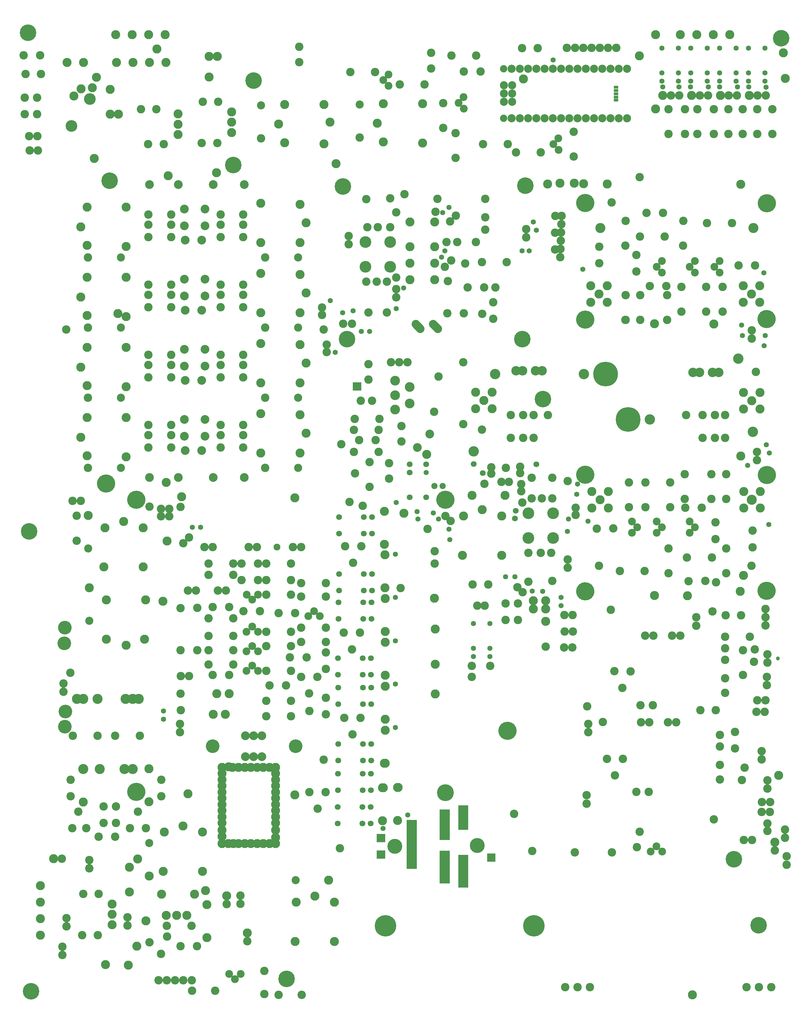
<source format=gbr>
%FSLAX34Y34*%
%MOMM*%
%LNSOLDERMASK_BOTTOM*%
G71*
G01*
%ADD10C,2.600*%
%ADD11C,2.400*%
%ADD12C,2.800*%
%ADD13C,2.600*%
%ADD14C,5.100*%
%ADD15C,1.600*%
%ADD16C,3.100*%
%ADD17C,7.600*%
%ADD18C,3.200*%
%ADD19C,2.900*%
%ADD20C,2.600*%
%ADD21C,2.600*%
%ADD22C,2.400*%
%ADD23C,2.600*%
%ADD24C,3.600*%
%ADD25C,2.800*%
%ADD26C,3.000*%
%ADD27C,1.800*%
%ADD28C,1.600*%
%ADD29C,2.700*%
%ADD30C,2.700*%
%ADD31C,2.500*%
%ADD32C,2.800*%
%ADD33C,4.200*%
%ADD34C,2.700*%
%ADD35C,2.800*%
%ADD36C,2.100*%
%ADD37C,1.600*%
%ADD38C,6.600*%
%ADD39C,4.200*%
%ADD40C,4.600*%
%ADD41C,5.600*%
%ADD42C,1.900*%
%ADD43R,1.470X0.835*%
%ADD44C,2.500*%
%ADD45C,2.250*%
%ADD46C,5.200*%
%ADD47C,1.200*%
%LPD*%
X519851Y1365358D02*
G54D10*
D03*
X519901Y1441608D02*
G54D10*
D03*
X438857Y1361958D02*
G54D10*
D03*
X438970Y1310977D02*
G54D10*
D03*
X553157Y1336558D02*
G54D10*
D03*
X553269Y1285578D02*
G54D10*
D03*
X519867Y1136758D02*
G54D10*
D03*
X519917Y1213008D02*
G54D10*
D03*
X640588Y1393372D02*
G54D10*
D03*
X564338Y1393422D02*
G54D10*
D03*
X565547Y1213008D02*
G54D10*
D03*
X565497Y1136758D02*
G54D10*
D03*
X697650Y1365357D02*
G54D10*
D03*
X697700Y1441607D02*
G54D10*
D03*
X594982Y1240842D02*
G54D10*
D03*
X692547Y1238408D02*
G54D10*
D03*
X692497Y1162158D02*
G54D10*
D03*
X768746Y1238408D02*
G54D10*
D03*
X768696Y1162158D02*
G54D10*
D03*
X819546Y1238408D02*
G54D10*
D03*
X819496Y1162158D02*
G54D10*
D03*
X919018Y1304453D02*
G54D10*
D03*
X868038Y1304340D02*
G54D10*
D03*
X847564Y1435176D02*
G54D10*
D03*
X771314Y1435226D02*
G54D10*
D03*
X632222Y1317783D02*
G54D11*
D03*
X616322Y1300208D02*
G54D11*
D03*
X632256Y1282592D02*
G54D11*
D03*
X733822Y1317783D02*
G54D11*
D03*
X717922Y1300208D02*
G54D11*
D03*
X733856Y1282592D02*
G54D11*
D03*
X810022Y1317783D02*
G54D11*
D03*
X794122Y1300208D02*
G54D11*
D03*
X810056Y1282592D02*
G54D11*
D03*
X413122Y1241683D02*
G54D12*
D03*
X463922Y1241683D02*
G54D12*
D03*
X438522Y1216283D02*
G54D12*
D03*
X463922Y1190883D02*
G54D12*
D03*
X413122Y1190883D02*
G54D12*
D03*
X883022Y1241683D02*
G54D12*
D03*
X933822Y1241683D02*
G54D12*
D03*
X908422Y1216283D02*
G54D12*
D03*
X933822Y1190883D02*
G54D12*
D03*
X883022Y1190883D02*
G54D12*
D03*
X584548Y1465992D02*
G54D10*
D03*
X635528Y1466105D02*
G54D10*
D03*
X519867Y1136758D02*
G54D13*
D03*
X565497Y1136758D02*
G54D13*
D03*
X692497Y1162158D02*
G54D13*
D03*
X768696Y1162158D02*
G54D13*
D03*
X519867Y1136758D02*
G54D13*
D03*
X395446Y1496376D02*
G54D14*
D03*
X645782Y1240842D02*
G54D10*
D03*
X648097Y1213008D02*
G54D10*
D03*
X648047Y1136758D02*
G54D10*
D03*
X477097Y1498158D02*
G54D10*
D03*
X388322Y1292383D02*
G54D15*
D03*
X565497Y1136758D02*
G54D13*
D03*
X648047Y1136758D02*
G54D13*
D03*
X692497Y1162158D02*
G54D13*
D03*
X768696Y1162158D02*
G54D13*
D03*
X955278Y1495583D02*
G54D14*
D03*
X395446Y1137602D02*
G54D14*
D03*
X954642Y1139189D02*
G54D14*
D03*
X445472Y1419383D02*
G54D15*
D03*
X442296Y1419384D02*
G54D16*
D03*
X914021Y1419384D02*
G54D16*
D03*
X528072Y830142D02*
G54D17*
D03*
X458222Y969842D02*
G54D17*
D03*
X391547Y969842D02*
G54D18*
D03*
X594747Y830142D02*
G54D18*
D03*
X182672Y979942D02*
G54D19*
D03*
X262672Y979942D02*
G54D20*
D03*
X727672Y974942D02*
G54D20*
D03*
X807672Y974942D02*
G54D20*
D03*
X262672Y979942D02*
G54D19*
D03*
X727672Y974942D02*
G54D19*
D03*
X807672Y974942D02*
G54D12*
D03*
X202672Y979942D02*
G54D19*
D03*
X242672Y979942D02*
G54D19*
D03*
X747672Y974942D02*
G54D19*
D03*
X787672Y974942D02*
G54D19*
D03*
X58247Y863612D02*
G54D12*
D03*
X58247Y914412D02*
G54D12*
D03*
X83647Y889012D02*
G54D12*
D03*
X109047Y914412D02*
G54D12*
D03*
X109047Y863612D02*
G54D12*
D03*
X58247Y862342D02*
G54D21*
D03*
X109047Y862342D02*
G54D13*
D03*
X883747Y862342D02*
G54D12*
D03*
X883747Y913142D02*
G54D12*
D03*
X909147Y887742D02*
G54D12*
D03*
X934547Y913142D02*
G54D12*
D03*
X934547Y862342D02*
G54D12*
D03*
X883747Y862342D02*
G54D21*
D03*
X934547Y862342D02*
G54D13*
D03*
X757204Y773705D02*
G54D10*
D03*
X757204Y843555D02*
G54D10*
D03*
X827054Y773705D02*
G54D10*
D03*
X827054Y843555D02*
G54D10*
D03*
X795304Y843555D02*
G54D10*
D03*
X795304Y773705D02*
G54D10*
D03*
X827055Y773705D02*
G54D13*
D03*
X827055Y843555D02*
G54D13*
D03*
X166654Y773705D02*
G54D10*
D03*
X166654Y843555D02*
G54D10*
D03*
X236504Y773705D02*
G54D10*
D03*
X236504Y843556D02*
G54D10*
D03*
X204754Y843556D02*
G54D10*
D03*
X204754Y773706D02*
G54D10*
D03*
X236505Y773705D02*
G54D13*
D03*
X236505Y843556D02*
G54D13*
D03*
X807672Y974942D02*
G54D19*
D03*
X280955Y843555D02*
G54D21*
D03*
X706405Y843555D02*
G54D21*
D03*
X921947Y976667D02*
G54D21*
D03*
X77397Y798868D02*
G54D21*
D03*
X58247Y913142D02*
G54D13*
D03*
X109047Y913143D02*
G54D13*
D03*
X883747Y913142D02*
G54D13*
D03*
X934547Y913142D02*
G54D13*
D03*
X934547Y862342D02*
G54D13*
D03*
X395446Y659764D02*
G54D14*
D03*
X955278Y658971D02*
G54D14*
D03*
X395446Y300989D02*
G54D14*
D03*
X954642Y302576D02*
G54D14*
D03*
X909021Y582771D02*
G54D16*
D03*
X-205378Y1299843D02*
G54D22*
D03*
X-205378Y1376043D02*
G54D22*
D03*
X-281578Y1299843D02*
G54D22*
D03*
X-205378Y1299843D02*
G54D22*
D03*
X-281578Y1376042D02*
G54D22*
D03*
X-281578Y1299842D02*
G54D22*
D03*
X-205378Y1376043D02*
G54D22*
D03*
X-281578Y1376043D02*
G54D22*
D03*
X-205466Y1511066D02*
G54D10*
D03*
X-205466Y1422166D02*
G54D10*
D03*
X-243566Y1422166D02*
G54D10*
D03*
X-275316Y1422166D02*
G54D10*
D03*
X-215110Y1159276D02*
G54D10*
D03*
X-278609Y1254526D02*
G54D10*
D03*
X-246860Y1254526D02*
G54D10*
D03*
X-215110Y1254526D02*
G54D10*
D03*
X-186627Y1266814D02*
G54D10*
D03*
X-278610Y1508526D02*
G54D10*
D03*
X-161016Y1523766D02*
G54D10*
D03*
X1412Y1376076D02*
G54D10*
D03*
X58562Y1376076D02*
G54D10*
D03*
X87262Y1452276D02*
G54D10*
D03*
X87262Y1509426D02*
G54D10*
D03*
X26212Y1310453D02*
G54D10*
D03*
X-27740Y1256572D02*
G54D10*
D03*
X26212Y1310453D02*
G54D13*
D03*
X153988Y1314504D02*
G54D10*
D03*
X77738Y1314554D02*
G54D10*
D03*
X153988Y1314505D02*
G54D13*
D03*
X33162Y1236376D02*
G54D10*
D03*
X83962Y1236376D02*
G54D10*
D03*
X83962Y1236376D02*
G54D10*
D03*
X112569Y1140270D02*
G54D10*
D03*
X112457Y1191251D02*
G54D10*
D03*
X112569Y1140270D02*
G54D10*
D03*
X87262Y1414176D02*
G54D10*
D03*
X119012Y1236376D02*
G54D10*
D03*
X-31608Y1376076D02*
G54D10*
D03*
X-20688Y1439576D02*
G54D10*
D03*
X-144384Y1438082D02*
G54D12*
D03*
X-68184Y1438082D02*
G54D12*
D03*
X-144384Y1361882D02*
G54D12*
D03*
X-144384Y1311082D02*
G54D12*
D03*
X-144384Y1260282D02*
G54D12*
D03*
X-68184Y1361882D02*
G54D12*
D03*
X-68184Y1311082D02*
G54D12*
D03*
X-68184Y1260282D02*
G54D12*
D03*
X-68184Y1438082D02*
G54D10*
D03*
X78067Y1155278D02*
G54D10*
D03*
X21847Y1157523D02*
G54D10*
D03*
X21847Y1157523D02*
G54D10*
D03*
X-28953Y1157523D02*
G54D10*
D03*
G54D23*
X-58769Y1109801D02*
X-72911Y1123943D01*
G54D23*
X-112744Y1109801D02*
X-126886Y1123943D01*
X-332978Y1394777D02*
G54D21*
D03*
X-332978Y1369377D02*
G54D21*
D03*
X-59928Y1509077D02*
G54D21*
D03*
X-281578Y1376042D02*
G54D24*
D03*
X-281578Y1299843D02*
G54D24*
D03*
X-205378Y1299843D02*
G54D24*
D03*
X-205378Y1376043D02*
G54D24*
D03*
X220700Y541641D02*
G54D22*
D03*
X220700Y465441D02*
G54D22*
D03*
X296900Y541641D02*
G54D22*
D03*
X220700Y541641D02*
G54D22*
D03*
X296900Y465441D02*
G54D22*
D03*
X296900Y541641D02*
G54D22*
D03*
X220700Y465441D02*
G54D22*
D03*
X296900Y465441D02*
G54D22*
D03*
X220788Y330418D02*
G54D10*
D03*
X220788Y419318D02*
G54D10*
D03*
X258888Y419318D02*
G54D10*
D03*
X290638Y419318D02*
G54D10*
D03*
X293932Y650458D02*
G54D10*
D03*
X230432Y650458D02*
G54D10*
D03*
X293931Y586958D02*
G54D10*
D03*
X262182Y586958D02*
G54D10*
D03*
X230432Y586958D02*
G54D10*
D03*
X201949Y574669D02*
G54D10*
D03*
X293932Y332958D02*
G54D10*
D03*
X341950Y373682D02*
G54D21*
D03*
X341950Y399082D02*
G54D21*
D03*
X341950Y640382D02*
G54D21*
D03*
X296900Y465441D02*
G54D24*
D03*
X296900Y541641D02*
G54D24*
D03*
X220700Y541641D02*
G54D24*
D03*
X220700Y465441D02*
G54D24*
D03*
X17692Y412060D02*
G54D12*
D03*
X20866Y532710D02*
G54D12*
D03*
X138342Y412060D02*
G54D12*
D03*
X138342Y532710D02*
G54D12*
D03*
X78017Y552173D02*
G54D12*
D03*
X20866Y532710D02*
G54D25*
D03*
X46713Y596292D02*
G54D12*
D03*
X148313Y596291D02*
G54D12*
D03*
X235613Y272152D02*
G54D12*
D03*
X235613Y246752D02*
G54D12*
D03*
X273713Y246752D02*
G54D12*
D03*
X273713Y208652D02*
G54D12*
D03*
X188208Y264145D02*
G54D10*
D03*
X188321Y213164D02*
G54D10*
D03*
X188208Y264144D02*
G54D10*
D03*
X188320Y213164D02*
G54D10*
D03*
X150108Y264145D02*
G54D10*
D03*
X150220Y213164D02*
G54D10*
D03*
X150108Y264144D02*
G54D10*
D03*
X150220Y213164D02*
G54D10*
D03*
X273713Y272152D02*
G54D12*
D03*
X84680Y632101D02*
G54D10*
D03*
X46713Y596292D02*
G54D12*
D03*
X-145329Y930590D02*
G54D26*
D03*
X-145329Y879790D02*
G54D26*
D03*
X-189779Y905190D02*
G54D26*
D03*
X-189779Y860740D02*
G54D26*
D03*
X-189779Y949640D02*
G54D26*
D03*
X-177079Y1006790D02*
G54D10*
D03*
X-202479Y1006790D02*
G54D10*
D03*
X-151679Y1006790D02*
G54D10*
D03*
X-238164Y832165D02*
G54D10*
D03*
X-314414Y832215D02*
G54D10*
D03*
X-317106Y797905D02*
G54D10*
D03*
X-240856Y797855D02*
G54D10*
D03*
X-301172Y766429D02*
G54D10*
D03*
X-250192Y766541D02*
G54D10*
D03*
X-272329Y1000528D02*
G54D10*
D03*
X-272329Y952728D02*
G54D10*
D03*
X-268719Y698904D02*
G54D10*
D03*
X-268769Y622654D02*
G54D10*
D03*
X-208829Y647840D02*
G54D10*
D03*
X-208829Y695640D02*
G54D10*
D03*
X-296273Y887684D02*
G54D10*
D03*
X-261173Y887684D02*
G54D10*
D03*
X-170729Y762140D02*
G54D10*
D03*
X-170729Y809940D02*
G54D10*
D03*
X-317051Y730258D02*
G54D10*
D03*
X-240801Y730208D02*
G54D10*
D03*
X-69854Y853835D02*
G54D10*
D03*
X-317106Y797906D02*
G54D10*
D03*
X-317051Y730258D02*
G54D10*
D03*
X-208829Y647840D02*
G54D10*
D03*
X-268769Y622654D02*
G54D10*
D03*
G36*
X-294379Y944860D02*
X-294379Y918860D01*
X-320379Y918860D01*
X-320379Y944860D01*
X-294379Y944860D01*
G37*
X-94529Y692378D02*
G54D27*
D03*
X-94529Y666978D02*
G54D28*
D03*
X-145329Y692378D02*
G54D28*
D03*
X-145329Y666978D02*
G54D27*
D03*
X-94529Y590778D02*
G54D28*
D03*
X-145329Y590778D02*
G54D28*
D03*
X-92497Y723144D02*
G54D12*
D03*
X-90333Y493170D02*
G54D21*
D03*
X-145329Y692378D02*
G54D27*
D03*
X-94529Y590778D02*
G54D27*
D03*
X-145329Y590778D02*
G54D27*
D03*
X955222Y12320D02*
G54D10*
D03*
X955222Y37820D02*
G54D10*
D03*
X-880320Y743691D02*
G54D10*
D03*
X-950170Y743691D02*
G54D10*
D03*
X-880320Y813541D02*
G54D10*
D03*
X-950170Y813541D02*
G54D10*
D03*
X-950170Y781791D02*
G54D10*
D03*
X-880320Y781791D02*
G54D10*
D03*
X-836912Y734920D02*
G54D29*
D03*
X-785930Y735032D02*
G54D29*
D03*
X-658070Y743691D02*
G54D10*
D03*
X-727920Y743691D02*
G54D10*
D03*
X-658070Y813541D02*
G54D10*
D03*
X-727920Y813541D02*
G54D10*
D03*
X-727920Y781791D02*
G54D10*
D03*
X-658070Y781791D02*
G54D10*
D03*
X-775847Y779018D02*
G54D10*
D03*
X-775960Y829998D02*
G54D10*
D03*
X-839347Y779018D02*
G54D10*
D03*
X-839460Y829998D02*
G54D10*
D03*
X-658070Y813541D02*
G54D13*
D03*
X-727920Y813541D02*
G54D13*
D03*
X-775960Y829999D02*
G54D30*
D03*
X-839460Y829999D02*
G54D13*
D03*
X-880320Y813541D02*
G54D13*
D03*
X-950170Y813541D02*
G54D13*
D03*
X-839347Y779018D02*
G54D29*
D03*
X-839460Y829998D02*
G54D29*
D03*
X-775960Y829998D02*
G54D29*
D03*
X-775847Y779018D02*
G54D29*
D03*
X-603857Y847983D02*
G54D12*
D03*
X-483207Y844809D02*
G54D12*
D03*
X-603857Y727333D02*
G54D12*
D03*
X-483207Y727333D02*
G54D12*
D03*
X-464394Y787658D02*
G54D12*
D03*
X-590350Y681054D02*
G54D31*
D03*
X-488750Y681054D02*
G54D31*
D03*
X-483207Y844809D02*
G54D12*
D03*
X-1018852Y715244D02*
G54D12*
D03*
X-1139502Y718418D02*
G54D12*
D03*
X-1018852Y835895D02*
G54D12*
D03*
X-1139502Y835895D02*
G54D12*
D03*
X-1158314Y775570D02*
G54D12*
D03*
X-1139501Y718418D02*
G54D12*
D03*
X-1139502Y835895D02*
G54D12*
D03*
X-1136450Y681054D02*
G54D31*
D03*
X-1034850Y681054D02*
G54D31*
D03*
X-590350Y681054D02*
G54D10*
D03*
X-1136450Y681054D02*
G54D10*
D03*
X-880320Y959591D02*
G54D10*
D03*
X-950170Y959591D02*
G54D10*
D03*
X-880320Y1029441D02*
G54D10*
D03*
X-950170Y1029441D02*
G54D10*
D03*
X-950170Y997691D02*
G54D10*
D03*
X-880320Y997691D02*
G54D10*
D03*
X-836912Y950820D02*
G54D29*
D03*
X-785930Y950932D02*
G54D29*
D03*
X-658070Y959591D02*
G54D10*
D03*
X-727920Y959591D02*
G54D10*
D03*
X-658070Y1029441D02*
G54D10*
D03*
X-727920Y1029441D02*
G54D10*
D03*
X-727920Y997691D02*
G54D10*
D03*
X-658070Y997691D02*
G54D10*
D03*
X-775847Y994918D02*
G54D10*
D03*
X-775960Y1045898D02*
G54D10*
D03*
X-839347Y994918D02*
G54D10*
D03*
X-839460Y1045898D02*
G54D10*
D03*
X-658070Y1029441D02*
G54D13*
D03*
X-727920Y1029441D02*
G54D13*
D03*
X-775960Y1045899D02*
G54D30*
D03*
X-839460Y1045899D02*
G54D13*
D03*
X-880320Y1029441D02*
G54D13*
D03*
X-950170Y1029441D02*
G54D13*
D03*
X-839347Y994918D02*
G54D29*
D03*
X-839460Y1045898D02*
G54D29*
D03*
X-775960Y1045898D02*
G54D29*
D03*
X-775847Y994918D02*
G54D29*
D03*
X-603857Y1063883D02*
G54D12*
D03*
X-483207Y1060709D02*
G54D12*
D03*
X-603857Y943233D02*
G54D12*
D03*
X-483207Y943233D02*
G54D12*
D03*
X-464394Y1003558D02*
G54D12*
D03*
X-590350Y896954D02*
G54D31*
D03*
X-488750Y896954D02*
G54D31*
D03*
X-483207Y1060709D02*
G54D12*
D03*
X-1018852Y931144D02*
G54D12*
D03*
X-1139502Y934318D02*
G54D12*
D03*
X-1018852Y1051794D02*
G54D12*
D03*
X-1139502Y1051794D02*
G54D12*
D03*
X-1158314Y991470D02*
G54D12*
D03*
X-1139501Y934318D02*
G54D12*
D03*
X-1139502Y1051794D02*
G54D12*
D03*
X-1136450Y896954D02*
G54D31*
D03*
X-1034850Y896954D02*
G54D31*
D03*
X-590350Y896954D02*
G54D10*
D03*
X-1136450Y896954D02*
G54D10*
D03*
X-880320Y1175491D02*
G54D10*
D03*
X-950170Y1175491D02*
G54D10*
D03*
X-880320Y1245341D02*
G54D10*
D03*
X-950170Y1245341D02*
G54D10*
D03*
X-950170Y1213591D02*
G54D10*
D03*
X-880320Y1213591D02*
G54D10*
D03*
X-836912Y1166720D02*
G54D29*
D03*
X-785930Y1166832D02*
G54D29*
D03*
X-658070Y1175491D02*
G54D10*
D03*
X-727920Y1175491D02*
G54D10*
D03*
X-658070Y1245341D02*
G54D10*
D03*
X-727920Y1245341D02*
G54D10*
D03*
X-727920Y1213591D02*
G54D10*
D03*
X-658070Y1213591D02*
G54D10*
D03*
X-775847Y1210818D02*
G54D10*
D03*
X-775960Y1261798D02*
G54D10*
D03*
X-839347Y1210818D02*
G54D10*
D03*
X-839460Y1261798D02*
G54D10*
D03*
X-658070Y1245341D02*
G54D13*
D03*
X-727920Y1245341D02*
G54D13*
D03*
X-775960Y1261799D02*
G54D30*
D03*
X-839460Y1261799D02*
G54D13*
D03*
X-880320Y1245341D02*
G54D13*
D03*
X-950170Y1245341D02*
G54D13*
D03*
X-839347Y1210818D02*
G54D29*
D03*
X-839460Y1261799D02*
G54D29*
D03*
X-775960Y1261798D02*
G54D29*
D03*
X-775847Y1210818D02*
G54D29*
D03*
X-603857Y1279783D02*
G54D12*
D03*
X-483207Y1276609D02*
G54D12*
D03*
X-603857Y1159133D02*
G54D12*
D03*
X-483207Y1159133D02*
G54D12*
D03*
X-464394Y1219458D02*
G54D12*
D03*
X-590350Y1112853D02*
G54D31*
D03*
X-488750Y1112854D02*
G54D31*
D03*
X-483207Y1276609D02*
G54D12*
D03*
X-1018852Y1147044D02*
G54D12*
D03*
X-1139502Y1150218D02*
G54D12*
D03*
X-1018852Y1267694D02*
G54D12*
D03*
X-1139502Y1267694D02*
G54D12*
D03*
X-1158314Y1207370D02*
G54D12*
D03*
X-1139501Y1150218D02*
G54D12*
D03*
X-1139502Y1267694D02*
G54D12*
D03*
X-1136450Y1112853D02*
G54D31*
D03*
X-1034850Y1112854D02*
G54D31*
D03*
X-590350Y1112854D02*
G54D10*
D03*
X-1136450Y1112853D02*
G54D10*
D03*
X-880320Y1391391D02*
G54D10*
D03*
X-950170Y1391391D02*
G54D10*
D03*
X-880320Y1461241D02*
G54D10*
D03*
X-950170Y1461241D02*
G54D10*
D03*
X-950170Y1429491D02*
G54D10*
D03*
X-880320Y1429491D02*
G54D10*
D03*
X-836912Y1382620D02*
G54D29*
D03*
X-785930Y1382732D02*
G54D29*
D03*
X-658070Y1391391D02*
G54D10*
D03*
X-727920Y1391391D02*
G54D10*
D03*
X-658070Y1461241D02*
G54D10*
D03*
X-727920Y1461241D02*
G54D10*
D03*
X-727920Y1429491D02*
G54D10*
D03*
X-658070Y1429491D02*
G54D10*
D03*
X-775847Y1426718D02*
G54D10*
D03*
X-775960Y1477698D02*
G54D10*
D03*
X-839347Y1426718D02*
G54D10*
D03*
X-839460Y1477698D02*
G54D10*
D03*
X-658070Y1461241D02*
G54D13*
D03*
X-727920Y1461241D02*
G54D13*
D03*
X-775960Y1477699D02*
G54D30*
D03*
X-839460Y1477699D02*
G54D13*
D03*
X-880320Y1461241D02*
G54D13*
D03*
X-950170Y1461241D02*
G54D13*
D03*
X-839347Y1426718D02*
G54D29*
D03*
X-839460Y1477698D02*
G54D29*
D03*
X-775960Y1477698D02*
G54D29*
D03*
X-775847Y1426718D02*
G54D29*
D03*
X-603857Y1495683D02*
G54D12*
D03*
X-483207Y1492509D02*
G54D12*
D03*
X-603857Y1375033D02*
G54D12*
D03*
X-483207Y1375033D02*
G54D12*
D03*
X-464394Y1435358D02*
G54D12*
D03*
X-590350Y1328754D02*
G54D31*
D03*
X-488750Y1328754D02*
G54D31*
D03*
X-483207Y1492509D02*
G54D12*
D03*
X-1018852Y1362944D02*
G54D12*
D03*
X-1139502Y1366118D02*
G54D12*
D03*
X-1018852Y1483594D02*
G54D12*
D03*
X-1139502Y1483594D02*
G54D12*
D03*
X-1158314Y1423270D02*
G54D12*
D03*
X-1139501Y1366118D02*
G54D12*
D03*
X-1139502Y1483594D02*
G54D12*
D03*
X-1136450Y1328753D02*
G54D31*
D03*
X-1034850Y1328754D02*
G54D31*
D03*
X-590350Y1328754D02*
G54D10*
D03*
X-1136450Y1328754D02*
G54D10*
D03*
X-655196Y652018D02*
G54D29*
D03*
X-655196Y652018D02*
G54D29*
D03*
X-750446Y652018D02*
G54D29*
D03*
X-750446Y652018D02*
G54D29*
D03*
X-858396Y652018D02*
G54D29*
D03*
X-858396Y652018D02*
G54D29*
D03*
X-947296Y652018D02*
G54D29*
D03*
X-947296Y652018D02*
G54D29*
D03*
X-655196Y1553718D02*
G54D29*
D03*
X-655196Y1553718D02*
G54D29*
D03*
X-750446Y1553718D02*
G54D29*
D03*
X-750446Y1553718D02*
G54D29*
D03*
X-858396Y1553718D02*
G54D29*
D03*
X-858396Y1553718D02*
G54D29*
D03*
X-947296Y1553718D02*
G54D29*
D03*
X-947296Y1553718D02*
G54D29*
D03*
X-1203932Y1107188D02*
G54D21*
D03*
X-410182Y1107188D02*
G54D21*
D03*
X201770Y1077276D02*
G54D14*
D03*
X211296Y1550352D02*
G54D14*
D03*
X211295Y1550352D02*
G54D14*
D03*
X-337980Y1077276D02*
G54D14*
D03*
X-350680Y1547176D02*
G54D14*
D03*
X-959033Y274502D02*
G54D12*
D03*
X-962207Y153852D02*
G54D12*
D03*
X-1079682Y274502D02*
G54D12*
D03*
X-1079682Y153852D02*
G54D12*
D03*
X-1019358Y135040D02*
G54D12*
D03*
X-1087232Y376371D02*
G54D12*
D03*
X-1084058Y497021D02*
G54D12*
D03*
X-966582Y376371D02*
G54D12*
D03*
X-966583Y497021D02*
G54D12*
D03*
X-1026908Y516308D02*
G54D12*
D03*
X-1132312Y311795D02*
G54D31*
D03*
X-1132312Y210195D02*
G54D31*
D03*
X-1132312Y311795D02*
G54D10*
D03*
X-1132312Y311795D02*
G54D12*
D03*
X-1136110Y534990D02*
G54D31*
D03*
X-1136110Y433390D02*
G54D31*
D03*
X-1136110Y534990D02*
G54D10*
D03*
X-1136110Y534990D02*
G54D12*
D03*
X-962207Y153852D02*
G54D12*
D03*
X-966583Y497021D02*
G54D12*
D03*
X-1084058Y497021D02*
G54D12*
D03*
X-966583Y497021D02*
G54D12*
D03*
X-987822Y582771D02*
G54D14*
D03*
X-35322Y582771D02*
G54D14*
D03*
X-987822Y-315754D02*
G54D14*
D03*
X-35322Y-318929D02*
G54D14*
D03*
X48733Y322452D02*
G54D10*
D03*
X96533Y322451D02*
G54D10*
D03*
X48733Y322452D02*
G54D10*
D03*
X957329Y106861D02*
G54D21*
D03*
X957330Y81461D02*
G54D21*
D03*
X957329Y-280489D02*
G54D21*
D03*
X957330Y-305889D02*
G54D21*
D03*
X926145Y-34389D02*
G54D21*
D03*
X951545Y-34388D02*
G54D21*
D03*
X-69289Y280270D02*
G54D32*
D03*
X-66114Y185020D02*
G54D32*
D03*
X-66114Y77070D02*
G54D32*
D03*
X-66114Y-15005D02*
G54D32*
D03*
X-496684Y-175468D02*
G54D33*
D03*
X-752384Y-175568D02*
G54D33*
D03*
X-651658Y-143643D02*
G54D34*
D03*
X-626284Y-143768D02*
G54D34*
D03*
X-600840Y-143743D02*
G54D34*
D03*
X-403578Y-77384D02*
G54D10*
D03*
X-403753Y-26392D02*
G54D10*
D03*
X-701508Y-13518D02*
G54D35*
D03*
X-750908Y-77618D02*
G54D35*
D03*
X-712908Y-77618D02*
G54D35*
D03*
X-739608Y-13518D02*
G54D35*
D03*
X-850784Y-64368D02*
G54D10*
D03*
X-850908Y-13452D02*
G54D10*
D03*
X-587258Y-35793D02*
G54D10*
D03*
X-511008Y-35843D02*
G54D10*
D03*
X-853358Y-132493D02*
G54D10*
D03*
X-853358Y-106993D02*
G54D10*
D03*
X-587258Y-83418D02*
G54D10*
D03*
X-511009Y-83468D02*
G54D10*
D03*
X-612658Y335682D02*
G54D10*
D03*
X-663575Y335557D02*
G54D10*
D03*
X-647584Y291232D02*
G54D11*
D03*
X-630008Y275332D02*
G54D11*
D03*
X-612392Y291267D02*
G54D11*
D03*
X-641234Y437282D02*
G54D10*
D03*
X-615808Y437332D02*
G54D10*
D03*
X-587258Y291232D02*
G54D10*
D03*
X-511084Y291232D02*
G54D10*
D03*
X-765058Y351557D02*
G54D10*
D03*
X-688808Y351507D02*
G54D10*
D03*
X-606308Y240432D02*
G54D10*
D03*
X-657225Y240307D02*
G54D10*
D03*
X-612658Y176932D02*
G54D11*
D03*
X-630258Y192832D02*
G54D11*
D03*
X-647850Y176898D02*
G54D11*
D03*
X-612284Y116532D02*
G54D11*
D03*
X-630258Y132507D02*
G54D11*
D03*
X-647850Y116572D02*
G54D11*
D03*
X-587258Y176932D02*
G54D10*
D03*
X-511084Y176932D02*
G54D10*
D03*
X-612659Y56232D02*
G54D11*
D03*
X-630258Y72182D02*
G54D11*
D03*
X-647850Y56247D02*
G54D11*
D03*
X-765058Y119782D02*
G54D10*
D03*
X-688808Y119732D02*
G54D10*
D03*
X-764850Y75603D02*
G54D10*
D03*
X-688600Y75553D02*
G54D10*
D03*
X-587258Y56282D02*
G54D10*
D03*
X-510984Y56232D02*
G54D10*
D03*
X-525938Y11492D02*
G54D10*
D03*
X-576854Y11367D02*
G54D10*
D03*
X-587258Y132482D02*
G54D10*
D03*
X-511008Y132432D02*
G54D10*
D03*
X-429983Y37632D02*
G54D21*
D03*
X-454967Y-13300D02*
G54D21*
D03*
X-479866Y37746D02*
G54D21*
D03*
X-422158Y224557D02*
G54D11*
D03*
X-439959Y240357D02*
G54D11*
D03*
X-457349Y224522D02*
G54D11*
D03*
X-777758Y437282D02*
G54D10*
D03*
X-752184Y437232D02*
G54D10*
D03*
X-479308Y326157D02*
G54D10*
D03*
X-403058Y326107D02*
G54D10*
D03*
X-479308Y284882D02*
G54D10*
D03*
X-403058Y284832D02*
G54D10*
D03*
X-498358Y234082D02*
G54D10*
D03*
X-549275Y233957D02*
G54D10*
D03*
X-479308Y189632D02*
G54D10*
D03*
X-403058Y189582D02*
G54D10*
D03*
X-403158Y62607D02*
G54D10*
D03*
X-403271Y113588D02*
G54D10*
D03*
X-403109Y145182D02*
G54D10*
D03*
X-479384Y145232D02*
G54D10*
D03*
X-828508Y303957D02*
G54D10*
D03*
X-803646Y303644D02*
G54D10*
D03*
X-799984Y119782D02*
G54D10*
D03*
X-850958Y119632D02*
G54D10*
D03*
X-765058Y164232D02*
G54D10*
D03*
X-688808Y164182D02*
G54D10*
D03*
X-701558Y43582D02*
G54D10*
D03*
X-752534Y43432D02*
G54D10*
D03*
X-824958Y40432D02*
G54D10*
D03*
X-850258Y40732D02*
G54D10*
D03*
X-799984Y249957D02*
G54D10*
D03*
X-850958Y249857D02*
G54D10*
D03*
X-479308Y437282D02*
G54D10*
D03*
X-504784Y437282D02*
G54D10*
D03*
X-765058Y218207D02*
G54D10*
D03*
X-688808Y218157D02*
G54D10*
D03*
X-701584Y253157D02*
G54D10*
D03*
X-752484Y252957D02*
G54D10*
D03*
X-736484Y303932D02*
G54D10*
D03*
X-711584Y303632D02*
G54D10*
D03*
X-587258Y335682D02*
G54D10*
D03*
X-511084Y335682D02*
G54D10*
D03*
X-587258Y386482D02*
G54D10*
D03*
X-511084Y386532D02*
G54D10*
D03*
X-765084Y386532D02*
G54D10*
D03*
X-688883Y386532D02*
G54D10*
D03*
X-612658Y386482D02*
G54D10*
D03*
X-663575Y386357D02*
G54D10*
D03*
X-554034Y437282D02*
G54D36*
D03*
X-513958Y97868D02*
G54D10*
D03*
X-462978Y97980D02*
G54D10*
D03*
X-453859Y-67593D02*
G54D10*
D03*
X-600784Y-208068D02*
G54D34*
D03*
X-626084Y-207868D02*
G54D34*
D03*
X-651571Y-207936D02*
G54D34*
D03*
X-263534Y-219379D02*
G54D28*
D03*
X-288934Y-219379D02*
G54D28*
D03*
X-263534Y-168579D02*
G54D28*
D03*
X-288934Y-168579D02*
G54D28*
D03*
X-365134Y-219379D02*
G54D27*
D03*
X-365134Y-168579D02*
G54D28*
D03*
X-220925Y-228262D02*
G54D12*
D03*
X-220925Y-126662D02*
G54D12*
D03*
X-222909Y-228262D02*
G54D12*
D03*
X-263534Y-45944D02*
G54D28*
D03*
X-288934Y-45944D02*
G54D28*
D03*
X-263534Y4856D02*
G54D28*
D03*
X-288934Y4856D02*
G54D28*
D03*
X-365134Y-45944D02*
G54D28*
D03*
X-365134Y4856D02*
G54D28*
D03*
X-296634Y-88574D02*
G54D21*
D03*
X-321617Y-139506D02*
G54D21*
D03*
X-346516Y-88460D02*
G54D21*
D03*
X-261152Y303306D02*
G54D28*
D03*
X-286552Y303306D02*
G54D28*
D03*
X-261152Y354106D02*
G54D28*
D03*
X-286552Y354106D02*
G54D28*
D03*
X-362752Y303306D02*
G54D28*
D03*
X-362752Y354106D02*
G54D28*
D03*
X-261152Y478724D02*
G54D28*
D03*
X-286552Y478724D02*
G54D28*
D03*
X-261152Y529524D02*
G54D28*
D03*
X-286552Y529524D02*
G54D28*
D03*
X-362752Y478724D02*
G54D28*
D03*
X-362752Y529524D02*
G54D28*
D03*
X-294252Y440063D02*
G54D21*
D03*
X-319236Y389131D02*
G54D21*
D03*
X-344135Y440178D02*
G54D21*
D03*
X-298221Y173760D02*
G54D21*
D03*
X-323204Y122828D02*
G54D21*
D03*
X-348104Y173874D02*
G54D21*
D03*
X-262740Y216787D02*
G54D28*
D03*
X-288140Y216787D02*
G54D28*
D03*
X-262740Y267587D02*
G54D28*
D03*
X-288140Y267587D02*
G54D28*
D03*
X-364340Y216787D02*
G54D28*
D03*
X-364340Y267587D02*
G54D28*
D03*
X-264327Y44543D02*
G54D28*
D03*
X-289727Y44543D02*
G54D28*
D03*
X-264327Y95343D02*
G54D28*
D03*
X-289727Y95343D02*
G54D28*
D03*
X-365927Y44543D02*
G54D28*
D03*
X-365927Y95343D02*
G54D28*
D03*
X-220925Y-92928D02*
G54D12*
D03*
X-220925Y8672D02*
G54D12*
D03*
X-220925Y-92928D02*
G54D12*
D03*
X-220528Y43200D02*
G54D12*
D03*
X-220528Y144800D02*
G54D12*
D03*
X-220528Y43200D02*
G54D12*
D03*
X-220528Y177741D02*
G54D12*
D03*
X-220528Y279340D02*
G54D12*
D03*
X-220528Y177740D02*
G54D12*
D03*
X-221718Y312282D02*
G54D12*
D03*
X-221718Y413881D02*
G54D12*
D03*
X-221718Y312281D02*
G54D12*
D03*
X-223306Y445632D02*
G54D12*
D03*
X-223306Y547231D02*
G54D12*
D03*
X-223306Y445631D02*
G54D12*
D03*
X-173033Y311076D02*
G54D21*
D03*
X-410364Y-216768D02*
G54D21*
D03*
X-365134Y-168579D02*
G54D27*
D03*
X-288934Y-219379D02*
G54D27*
D03*
X-263534Y-219379D02*
G54D27*
D03*
X-288934Y-168579D02*
G54D27*
D03*
X-263534Y-168579D02*
G54D27*
D03*
X-365134Y-45944D02*
G54D27*
D03*
X-365134Y4856D02*
G54D27*
D03*
X-288934Y-45944D02*
G54D27*
D03*
X-263534Y-45944D02*
G54D27*
D03*
X-263534Y4856D02*
G54D27*
D03*
X-288934Y4856D02*
G54D27*
D03*
X-289727Y44543D02*
G54D27*
D03*
X-264327Y44543D02*
G54D27*
D03*
X-264327Y95343D02*
G54D27*
D03*
X-289727Y95343D02*
G54D27*
D03*
X-365927Y44543D02*
G54D27*
D03*
X-365927Y95343D02*
G54D27*
D03*
X-364340Y216787D02*
G54D27*
D03*
X-288140Y216787D02*
G54D27*
D03*
X-364340Y267587D02*
G54D27*
D03*
X-288140Y267587D02*
G54D27*
D03*
X-262740Y267587D02*
G54D27*
D03*
X-262740Y216787D02*
G54D27*
D03*
X-362752Y303306D02*
G54D27*
D03*
X-362752Y354106D02*
G54D27*
D03*
X-286552Y303306D02*
G54D27*
D03*
X-261152Y303306D02*
G54D27*
D03*
X-261152Y354106D02*
G54D27*
D03*
X-286552Y354106D02*
G54D27*
D03*
X-362752Y478724D02*
G54D27*
D03*
X-362752Y529524D02*
G54D27*
D03*
X-286552Y478724D02*
G54D27*
D03*
X-261152Y478724D02*
G54D27*
D03*
X-261152Y529524D02*
G54D27*
D03*
X-286552Y529524D02*
G54D27*
D03*
X-298221Y173760D02*
G54D21*
D03*
X-294252Y440063D02*
G54D21*
D03*
X-265518Y-413052D02*
G54D28*
D03*
X-290918Y-413052D02*
G54D28*
D03*
X-265518Y-362252D02*
G54D28*
D03*
X-290918Y-362252D02*
G54D28*
D03*
X-367118Y-413052D02*
G54D27*
D03*
X-367118Y-362252D02*
G54D28*
D03*
X-367118Y-362252D02*
G54D27*
D03*
X-290918Y-413052D02*
G54D27*
D03*
X-265518Y-413052D02*
G54D27*
D03*
X-290918Y-362252D02*
G54D27*
D03*
X-265518Y-362252D02*
G54D27*
D03*
X-404187Y-317174D02*
G54D21*
D03*
X-429170Y-368106D02*
G54D21*
D03*
X-454069Y-317060D02*
G54D21*
D03*
X-228770Y-303562D02*
G54D12*
D03*
X-228770Y-405162D02*
G54D12*
D03*
X-226786Y-303562D02*
G54D12*
D03*
X-182732Y-302372D02*
G54D12*
D03*
X-182732Y-403972D02*
G54D12*
D03*
X-180748Y-302372D02*
G54D12*
D03*
X-264724Y-310658D02*
G54D28*
D03*
X-290124Y-310658D02*
G54D28*
D03*
X-264724Y-259858D02*
G54D28*
D03*
X-290124Y-259858D02*
G54D28*
D03*
X-366324Y-310658D02*
G54D27*
D03*
X-366325Y-259858D02*
G54D28*
D03*
X-366325Y-259858D02*
G54D27*
D03*
X-290124Y-310658D02*
G54D27*
D03*
X-264724Y-310658D02*
G54D27*
D03*
X-290124Y-259858D02*
G54D27*
D03*
X-264724Y-259858D02*
G54D27*
D03*
X-499224Y589264D02*
G54D32*
D03*
X-499224Y-325136D02*
G54D32*
D03*
X-691589Y-240430D02*
G54D12*
D03*
X-558239Y-373780D02*
G54D12*
D03*
X-558239Y-354730D02*
G54D12*
D03*
X-558239Y-335680D02*
G54D12*
D03*
X-558239Y-316630D02*
G54D12*
D03*
X-558239Y-297580D02*
G54D12*
D03*
X-558239Y-278530D02*
G54D12*
D03*
X-558239Y-259480D02*
G54D12*
D03*
X-558239Y-240430D02*
G54D12*
D03*
X-558239Y-392830D02*
G54D12*
D03*
X-558239Y-411880D02*
G54D12*
D03*
X-558239Y-411880D02*
G54D12*
D03*
X-653489Y-240430D02*
G54D12*
D03*
X-634439Y-240430D02*
G54D12*
D03*
X-615389Y-240430D02*
G54D12*
D03*
X-596339Y-240430D02*
G54D12*
D03*
X-577289Y-240430D02*
G54D12*
D03*
X-672539Y-240430D02*
G54D12*
D03*
X-691589Y-240430D02*
G54D12*
D03*
X-558239Y-240430D02*
G54D12*
D03*
X-892924Y455914D02*
G54D12*
D03*
X-163308Y541471D02*
G54D12*
D03*
X-272260Y1159276D02*
G54D10*
D03*
X357720Y177222D02*
G54D10*
D03*
X332145Y177273D02*
G54D10*
D03*
X357091Y228069D02*
G54D10*
D03*
X331516Y228120D02*
G54D10*
D03*
X950980Y246561D02*
G54D21*
D03*
X950980Y221161D02*
G54D21*
D03*
X950980Y195761D02*
G54D21*
D03*
X957330Y-436064D02*
G54D21*
D03*
X279824Y1554692D02*
G54D12*
D03*
X875188Y1554523D02*
G54D12*
D03*
X875188Y717910D02*
G54D12*
D03*
X463974Y1554692D02*
G54D12*
D03*
X362374Y1557867D02*
G54D12*
D03*
X176738Y-383765D02*
G54D10*
D03*
X317924Y1557867D02*
G54D12*
D03*
X-390101Y1195917D02*
G54D37*
D03*
X787974Y239094D02*
G54D10*
D03*
X876052Y227822D02*
G54D10*
D03*
X828252Y227823D02*
G54D10*
D03*
X957329Y-413839D02*
G54D21*
D03*
X-1171178Y533558D02*
G54D10*
D03*
X-1171228Y457308D02*
G54D10*
D03*
X-1171228Y457308D02*
G54D13*
D03*
X-1171228Y457308D02*
G54D13*
D03*
X-1184113Y579986D02*
G54D10*
D03*
X-1158638Y579987D02*
G54D10*
D03*
X-322942Y1125304D02*
G54D10*
D03*
X-349929Y1125304D02*
G54D10*
D03*
X-186416Y1231666D02*
G54D10*
D03*
X-186416Y1206266D02*
G54D10*
D03*
X-186416Y1171341D02*
G54D15*
D03*
X-351516Y1158641D02*
G54D15*
D03*
X213633Y1390416D02*
G54D10*
D03*
X213633Y1415816D02*
G54D10*
D03*
X235922Y1438433D02*
G54D15*
D03*
X908958Y1104666D02*
G54D10*
D03*
X908958Y1079266D02*
G54D10*
D03*
X877272Y1120933D02*
G54D15*
D03*
X924834Y730016D02*
G54D10*
D03*
X924834Y704616D02*
G54D10*
D03*
X953472Y752633D02*
G54D15*
D03*
X366034Y558566D02*
G54D10*
D03*
X366034Y536341D02*
G54D10*
D03*
X369272Y600233D02*
G54D15*
D03*
X343872Y524033D02*
G54D15*
D03*
X-19367Y517759D02*
G54D10*
D03*
X-35083Y533475D02*
G54D10*
D03*
X-24428Y492283D02*
G54D15*
D03*
X-56178Y524033D02*
G54D15*
D03*
X202441Y298296D02*
G54D10*
D03*
X186726Y314011D02*
G54D10*
D03*
X178772Y346233D02*
G54D15*
D03*
X232746Y301783D02*
G54D15*
D03*
X-319766Y1164991D02*
G54D15*
D03*
X245384Y1412641D02*
G54D15*
D03*
X200934Y1349141D02*
G54D15*
D03*
X223222Y1349533D02*
G54D15*
D03*
X880384Y1088791D02*
G54D15*
D03*
X950234Y1088791D02*
G54D15*
D03*
X947122Y1057433D02*
G54D15*
D03*
X962934Y726841D02*
G54D15*
D03*
X896322Y689133D02*
G54D15*
D03*
X-294366Y1101491D02*
G54D15*
D03*
X-268966Y1101491D02*
G54D15*
D03*
X372384Y631591D02*
G54D15*
D03*
X340634Y485541D02*
G54D15*
D03*
X150134Y345841D02*
G54D15*
D03*
X264434Y301391D02*
G54D15*
D03*
X-72116Y542691D02*
G54D15*
D03*
X-21316Y460141D02*
G54D15*
D03*
X-119678Y524033D02*
G54D15*
D03*
X-122697Y546854D02*
G54D15*
D03*
X321584Y256941D02*
G54D15*
D03*
X321646Y282733D02*
G54D15*
D03*
X-1020894Y-30325D02*
G54D16*
D03*
X-1106619Y-30325D02*
G54D16*
D03*
X-1024069Y-246225D02*
G54D16*
D03*
X-1100269Y-246225D02*
G54D16*
D03*
X-998669Y-30325D02*
G54D16*
D03*
X-1151069Y-30325D02*
G54D16*
D03*
X-998669Y-246225D02*
G54D16*
D03*
X-1151069Y-246225D02*
G54D16*
D03*
X-1052791Y-143028D02*
G54D10*
D03*
X-976541Y-143078D02*
G54D10*
D03*
X-1052791Y-143027D02*
G54D10*
D03*
X-1182966Y-143028D02*
G54D10*
D03*
X-1106716Y-143078D02*
G54D10*
D03*
X-1182966Y-143027D02*
G54D10*
D03*
X-948887Y-245392D02*
G54D12*
D03*
X-948887Y-346991D02*
G54D12*
D03*
X-1151069Y-246225D02*
G54D12*
D03*
X-1151069Y-347825D02*
G54D12*
D03*
X-910996Y-278442D02*
G54D10*
D03*
X-910884Y-329423D02*
G54D10*
D03*
X-910996Y-278442D02*
G54D10*
D03*
X-1190396Y-278442D02*
G54D10*
D03*
X-1190284Y-329423D02*
G54D10*
D03*
X-1190396Y-278442D02*
G54D10*
D03*
X-910996Y-278442D02*
G54D10*
D03*
X-1166679Y-376668D02*
G54D21*
D03*
X-1141780Y-427714D02*
G54D21*
D03*
X-1007513Y-427600D02*
G54D21*
D03*
X-982529Y-376668D02*
G54D21*
D03*
X-957630Y-427714D02*
G54D21*
D03*
X-1050696Y-360993D02*
G54D10*
D03*
X-1050584Y-411974D02*
G54D10*
D03*
X-1050696Y-360993D02*
G54D10*
D03*
X-1050696Y-360993D02*
G54D10*
D03*
X-1088796Y-360993D02*
G54D10*
D03*
X-1088684Y-411974D02*
G54D10*
D03*
X-1088796Y-360993D02*
G54D10*
D03*
X-1088796Y-360993D02*
G54D10*
D03*
X-1052741Y-454228D02*
G54D10*
D03*
X-1103541Y-454228D02*
G54D10*
D03*
X-1170119Y-30325D02*
G54D16*
D03*
X-979619Y-30325D02*
G54D16*
D03*
X-1185313Y-427600D02*
G54D21*
D03*
X-853358Y-106993D02*
G54D10*
D03*
X-1212133Y-7874D02*
G54D10*
D03*
X-1212134Y17626D02*
G54D10*
D03*
X-905622Y270945D02*
G54D12*
D03*
X-219824Y-728361D02*
G54D12*
D03*
X237376Y-728361D02*
G54D38*
D03*
X-409550Y1679070D02*
G54D12*
D03*
X-530200Y1682244D02*
G54D12*
D03*
X-409550Y1799720D02*
G54D12*
D03*
X-530200Y1799720D02*
G54D12*
D03*
X-549012Y1739396D02*
G54D12*
D03*
X-530200Y1682244D02*
G54D12*
D03*
X-603628Y1696002D02*
G54D31*
D03*
X-603628Y1797602D02*
G54D31*
D03*
X-603628Y1696002D02*
G54D10*
D03*
X-530200Y1682244D02*
G54D12*
D03*
X-105524Y1681464D02*
G54D12*
D03*
X-226174Y1684638D02*
G54D12*
D03*
X-105524Y1802114D02*
G54D12*
D03*
X-226174Y1802114D02*
G54D12*
D03*
X-244986Y1741789D02*
G54D12*
D03*
X-226174Y1684638D02*
G54D12*
D03*
X-299602Y1698396D02*
G54D31*
D03*
X-299602Y1799996D02*
G54D31*
D03*
X-299602Y1698396D02*
G54D10*
D03*
X-226174Y1684638D02*
G54D12*
D03*
X-1117176Y1634067D02*
G54D12*
D03*
X-1187828Y1734102D02*
G54D24*
D03*
X-688802Y1613299D02*
G54D14*
D03*
X-1069802Y1564880D02*
G54D14*
D03*
X-1080914Y633018D02*
G54D14*
D03*
X-895515Y636060D02*
G54D12*
D03*
X-888991Y1580056D02*
G54D12*
D03*
X-740193Y1589962D02*
G54D12*
D03*
X-894926Y-696383D02*
G54D12*
D03*
X-863176Y-696383D02*
G54D12*
D03*
X-831426Y-696383D02*
G54D12*
D03*
X-893990Y-728683D02*
G54D10*
D03*
X-817740Y-728733D02*
G54D10*
D03*
X-808078Y-631256D02*
G54D12*
D03*
X-909678Y-631256D02*
G54D12*
D03*
X-769978Y-764606D02*
G54D12*
D03*
X-769978Y-663006D02*
G54D12*
D03*
X-800537Y-790778D02*
G54D10*
D03*
X-851518Y-790890D02*
G54D10*
D03*
X-946786Y-779489D02*
G54D21*
D03*
X-893105Y-761140D02*
G54D21*
D03*
X-911594Y-814842D02*
G54D21*
D03*
X-774276Y-620183D02*
G54D12*
D03*
X-851518Y-790890D02*
G54D21*
D03*
X-904241Y-560716D02*
G54D12*
D03*
X-901067Y-440066D02*
G54D12*
D03*
X-783591Y-560716D02*
G54D12*
D03*
X-783591Y-440066D02*
G54D12*
D03*
X-843916Y-421254D02*
G54D12*
D03*
X-901068Y-440066D02*
G54D12*
D03*
X-783591Y-440066D02*
G54D12*
D03*
X-947428Y-575297D02*
G54D31*
D03*
X-947428Y-473698D02*
G54D31*
D03*
X410450Y-916801D02*
G54D10*
D03*
X334150Y-916802D02*
G54D10*
D03*
X372350Y-916801D02*
G54D10*
D03*
X-219824Y-728361D02*
G54D38*
D03*
X969250Y-916801D02*
G54D10*
D03*
X892950Y-916802D02*
G54D10*
D03*
X931150Y-916801D02*
G54D10*
D03*
X19771Y816290D02*
G54D10*
D03*
X-36792Y1299947D02*
G54D10*
D03*
X-17174Y1319566D02*
G54D10*
D03*
X19771Y1006790D02*
G54D10*
D03*
X-56429Y962340D02*
G54D10*
D03*
X-356394Y754062D02*
G54D10*
D03*
X-330994Y576262D02*
G54D10*
D03*
X-903966Y-92309D02*
G54D15*
D03*
X-903966Y-66909D02*
G54D15*
D03*
X-843242Y449047D02*
G54D10*
D03*
X-825211Y467078D02*
G54D10*
D03*
X-815066Y498241D02*
G54D15*
D03*
X-789666Y498241D02*
G54D15*
D03*
X-497841Y-776616D02*
G54D12*
D03*
X-494667Y-655966D02*
G54D12*
D03*
X-377191Y-776616D02*
G54D12*
D03*
X-377191Y-655966D02*
G54D12*
D03*
X-437516Y-637154D02*
G54D12*
D03*
X-494668Y-655966D02*
G54D12*
D03*
X-377191Y-655966D02*
G54D12*
D03*
X-395301Y-588278D02*
G54D31*
D03*
X-496901Y-588278D02*
G54D31*
D03*
X-1015099Y-702162D02*
G54D10*
D03*
X-1015099Y-727662D02*
G54D10*
D03*
X-1207672Y189068D02*
G54D39*
D03*
X63103Y-480854D02*
G54D40*
D03*
G36*
X35521Y-376654D02*
X35521Y-432654D01*
X4521Y-432654D01*
X4521Y-376654D01*
X35521Y-376654D01*
G37*
G36*
X35521Y-529054D02*
X35521Y-585054D01*
X4521Y-585054D01*
X4521Y-529054D01*
X35521Y-529054D01*
G37*
G36*
X-21629Y-408404D02*
X-21629Y-464404D01*
X-52629Y-464404D01*
X-52629Y-408404D01*
X-21629Y-408404D01*
G37*
G36*
X-21629Y-497304D02*
X-21629Y-553304D01*
X-52629Y-553304D01*
X-52629Y-497304D01*
X-21629Y-497304D01*
G37*
G36*
X-123229Y-402054D02*
X-123229Y-458054D01*
X-154229Y-458054D01*
X-154229Y-402054D01*
X-123229Y-402054D01*
G37*
G36*
X-123229Y-497304D02*
X-123229Y-553304D01*
X-154229Y-553304D01*
X-154229Y-497304D01*
X-123229Y-497304D01*
G37*
G36*
X-21629Y-370304D02*
X-21629Y-426304D01*
X-52629Y-426304D01*
X-52629Y-370304D01*
X-21629Y-370304D01*
G37*
G36*
X-21629Y-541754D02*
X-21629Y-597754D01*
X-52629Y-597754D01*
X-52629Y-541754D01*
X-21629Y-541754D01*
G37*
G36*
X-123229Y-452854D02*
X-123229Y-508854D01*
X-154229Y-508854D01*
X-154229Y-452854D01*
X-123229Y-452854D01*
G37*
G36*
X35521Y-357604D02*
X35521Y-413604D01*
X4521Y-413604D01*
X4521Y-357604D01*
X35521Y-357604D01*
G37*
G36*
X35521Y-554454D02*
X35521Y-610454D01*
X4521Y-610454D01*
X4521Y-554454D01*
X35521Y-554454D01*
G37*
X-190897Y-484029D02*
G54D40*
D03*
G36*
X-246455Y-445231D02*
X-220455Y-445231D01*
X-220455Y-471231D01*
X-246455Y-471231D01*
X-246455Y-445231D01*
G37*
G36*
X-246455Y-496031D02*
X-220455Y-496031D01*
X-220455Y-522031D01*
X-246455Y-522031D01*
X-246455Y-496031D01*
G37*
G36*
X93270Y-505556D02*
X119270Y-505556D01*
X119270Y-531556D01*
X93270Y-531556D01*
X93270Y-505556D01*
G37*
X-1321197Y2021046D02*
G54D14*
D03*
X-625872Y1873408D02*
G54D14*
D03*
X853678Y-523717D02*
G54D14*
D03*
X-1311672Y-930117D02*
G54D14*
D03*
X-524272Y-892017D02*
G54D14*
D03*
X-694123Y1776948D02*
G54D12*
D03*
X-694123Y1745198D02*
G54D12*
D03*
X-694123Y1713448D02*
G54D12*
D03*
X-785973Y1680843D02*
G54D10*
D03*
X-738173Y1680843D02*
G54D10*
D03*
X-782798Y1807842D02*
G54D10*
D03*
X-734998Y1807843D02*
G54D10*
D03*
X-859223Y1770598D02*
G54D12*
D03*
X-859223Y1738848D02*
G54D12*
D03*
X-859223Y1707098D02*
G54D12*
D03*
X-951073Y1677668D02*
G54D10*
D03*
X-903273Y1677668D02*
G54D10*
D03*
X-973298Y1785618D02*
G54D10*
D03*
X-925498Y1785618D02*
G54D10*
D03*
X-1062423Y-661452D02*
G54D12*
D03*
X-1062423Y-693202D02*
G54D12*
D03*
X-1062423Y-724952D02*
G54D12*
D03*
X-1154273Y-757557D02*
G54D10*
D03*
X-1106473Y-757557D02*
G54D10*
D03*
X-1151098Y-630558D02*
G54D10*
D03*
X-1103298Y-630557D02*
G54D10*
D03*
X-947428Y-575297D02*
G54D12*
D03*
X-395301Y-588278D02*
G54D12*
D03*
X-1009016Y-548254D02*
G54D12*
D03*
X-37128Y1349533D02*
G54D15*
D03*
X-46716Y1330091D02*
G54D15*
D03*
X-20688Y1439576D02*
G54D10*
D03*
X-2657Y1457608D02*
G54D10*
D03*
X-24428Y1482883D02*
G54D15*
D03*
X-43541Y1466616D02*
G54D15*
D03*
X-1132758Y-551593D02*
G54D10*
D03*
X-1132759Y-526093D02*
G54D10*
D03*
X-1215308Y-818293D02*
G54D10*
D03*
X-1215309Y-792793D02*
G54D10*
D03*
X-1130678Y1816652D02*
G54D24*
D03*
X-1242174Y-521986D02*
G54D12*
D03*
X-1209460Y140755D02*
G54D39*
D03*
X-1048262Y1929114D02*
G54D12*
D03*
X-997462Y1929114D02*
G54D12*
D03*
X-946662Y1929114D02*
G54D12*
D03*
X-895862Y1929114D02*
G54D12*
D03*
X-1200662Y1929114D02*
G54D12*
D03*
X-1149862Y1929114D02*
G54D12*
D03*
X-775960Y1261798D02*
G54D29*
D03*
X-839460Y1045898D02*
G54D29*
D03*
X-775960Y1045899D02*
G54D29*
D03*
X-839460Y829998D02*
G54D29*
D03*
X-775960Y829998D02*
G54D29*
D03*
X-163397Y1234841D02*
G54D15*
D03*
X830237Y433595D02*
G54D10*
D03*
X830187Y357344D02*
G54D10*
D03*
X911230Y436995D02*
G54D10*
D03*
X911118Y487976D02*
G54D10*
D03*
X796931Y462395D02*
G54D10*
D03*
X796818Y513376D02*
G54D10*
D03*
X830221Y662195D02*
G54D10*
D03*
X830171Y585944D02*
G54D10*
D03*
X709500Y405581D02*
G54D10*
D03*
X785750Y405531D02*
G54D10*
D03*
X784541Y585944D02*
G54D10*
D03*
X784591Y662195D02*
G54D10*
D03*
X652438Y433596D02*
G54D10*
D03*
X652388Y357346D02*
G54D10*
D03*
X755106Y558111D02*
G54D10*
D03*
X657541Y560544D02*
G54D10*
D03*
X657591Y636795D02*
G54D10*
D03*
X581341Y560544D02*
G54D10*
D03*
X581391Y636795D02*
G54D10*
D03*
X530541Y560544D02*
G54D10*
D03*
X530591Y636795D02*
G54D10*
D03*
X431070Y494500D02*
G54D10*
D03*
X482050Y494613D02*
G54D10*
D03*
X502524Y363776D02*
G54D10*
D03*
X578774Y363727D02*
G54D10*
D03*
X717866Y481170D02*
G54D11*
D03*
X733766Y498745D02*
G54D11*
D03*
X717832Y516360D02*
G54D11*
D03*
X616266Y481170D02*
G54D11*
D03*
X632166Y498744D02*
G54D11*
D03*
X616231Y516360D02*
G54D11*
D03*
X540066Y481170D02*
G54D11*
D03*
X555966Y498745D02*
G54D11*
D03*
X540031Y516361D02*
G54D11*
D03*
X935378Y558064D02*
G54D12*
D03*
X884578Y558064D02*
G54D12*
D03*
X909978Y583464D02*
G54D12*
D03*
X884578Y608864D02*
G54D12*
D03*
X935378Y608864D02*
G54D12*
D03*
X467066Y557270D02*
G54D12*
D03*
X416266Y557270D02*
G54D12*
D03*
X441666Y582670D02*
G54D12*
D03*
X416266Y608070D02*
G54D12*
D03*
X467066Y608070D02*
G54D12*
D03*
X765540Y332960D02*
G54D10*
D03*
X714560Y332848D02*
G54D10*
D03*
X830221Y662195D02*
G54D13*
D03*
X784591Y662195D02*
G54D13*
D03*
X657591Y636795D02*
G54D13*
D03*
X581391Y636795D02*
G54D13*
D03*
X830221Y662195D02*
G54D13*
D03*
X954642Y302576D02*
G54D14*
D03*
X704306Y558111D02*
G54D10*
D03*
X701991Y585945D02*
G54D10*
D03*
X702041Y662195D02*
G54D10*
D03*
X961766Y506570D02*
G54D15*
D03*
X784591Y662195D02*
G54D13*
D03*
X702041Y662195D02*
G54D13*
D03*
X657591Y636795D02*
G54D13*
D03*
X581391Y636795D02*
G54D13*
D03*
X394810Y303370D02*
G54D14*
D03*
X954642Y661351D02*
G54D14*
D03*
X395445Y659764D02*
G54D14*
D03*
X875188Y717910D02*
G54D10*
D03*
X404166Y516970D02*
G54D15*
D03*
X908422Y379671D02*
G54D10*
D03*
X438522Y379671D02*
G54D10*
D03*
X474900Y244430D02*
G54D10*
D03*
X519850Y1365358D02*
G54D10*
D03*
X519900Y1441608D02*
G54D10*
D03*
X438857Y1361958D02*
G54D10*
D03*
X438969Y1310978D02*
G54D10*
D03*
X553156Y1336558D02*
G54D10*
D03*
X553268Y1285578D02*
G54D10*
D03*
X519866Y1136759D02*
G54D10*
D03*
X519916Y1213009D02*
G54D10*
D03*
X640587Y1393372D02*
G54D10*
D03*
X564337Y1393422D02*
G54D10*
D03*
X565546Y1213008D02*
G54D10*
D03*
X565496Y1136759D02*
G54D10*
D03*
X697650Y1365358D02*
G54D10*
D03*
X697699Y1441608D02*
G54D10*
D03*
X594981Y1240842D02*
G54D10*
D03*
X692546Y1238409D02*
G54D10*
D03*
X692496Y1162159D02*
G54D10*
D03*
X768746Y1238408D02*
G54D10*
D03*
X768696Y1162158D02*
G54D10*
D03*
X819546Y1238408D02*
G54D10*
D03*
X819496Y1162158D02*
G54D10*
D03*
X919018Y1304453D02*
G54D10*
D03*
X868037Y1304340D02*
G54D10*
D03*
X847562Y1435176D02*
G54D10*
D03*
X771313Y1435226D02*
G54D10*
D03*
X632221Y1317784D02*
G54D11*
D03*
X616321Y1300209D02*
G54D11*
D03*
X632255Y1282593D02*
G54D11*
D03*
X733821Y1317784D02*
G54D11*
D03*
X717921Y1300208D02*
G54D11*
D03*
X733856Y1282593D02*
G54D11*
D03*
X810021Y1317784D02*
G54D11*
D03*
X794121Y1300208D02*
G54D11*
D03*
X810056Y1282593D02*
G54D11*
D03*
X413121Y1241684D02*
G54D12*
D03*
X463921Y1241684D02*
G54D12*
D03*
X438521Y1216284D02*
G54D12*
D03*
X463921Y1190884D02*
G54D12*
D03*
X413121Y1190884D02*
G54D12*
D03*
X883021Y1241684D02*
G54D12*
D03*
X933821Y1241684D02*
G54D12*
D03*
X908420Y1216284D02*
G54D12*
D03*
X933820Y1190884D02*
G54D12*
D03*
X883021Y1190884D02*
G54D12*
D03*
X584547Y1465993D02*
G54D10*
D03*
X635527Y1466106D02*
G54D10*
D03*
X519866Y1136759D02*
G54D13*
D03*
X565496Y1136759D02*
G54D13*
D03*
X692496Y1162159D02*
G54D13*
D03*
X768696Y1162158D02*
G54D13*
D03*
X519866Y1136759D02*
G54D13*
D03*
X395445Y1496377D02*
G54D14*
D03*
X645781Y1240842D02*
G54D10*
D03*
X648096Y1213009D02*
G54D10*
D03*
X648046Y1136759D02*
G54D10*
D03*
X477096Y1498159D02*
G54D10*
D03*
X388321Y1292384D02*
G54D15*
D03*
X565496Y1136759D02*
G54D13*
D03*
X648046Y1136759D02*
G54D13*
D03*
X692496Y1162159D02*
G54D13*
D03*
X768696Y1162158D02*
G54D13*
D03*
X955277Y1495584D02*
G54D14*
D03*
X395445Y1137602D02*
G54D41*
D03*
X954642Y1139190D02*
G54D14*
D03*
X945921Y1281984D02*
G54D15*
D03*
X-1082835Y-847498D02*
G54D12*
D03*
X-1012191Y-849085D02*
G54D12*
D03*
X-69129Y625790D02*
G54D42*
D03*
X-43729Y625790D02*
G54D42*
D03*
X883211Y350120D02*
G54D12*
D03*
X232650Y-497701D02*
G54D10*
D03*
X-645274Y-750586D02*
G54D12*
D03*
X-708774Y-636286D02*
G54D12*
D03*
X-1207672Y-115732D02*
G54D39*
D03*
X-1206285Y-68795D02*
G54D39*
D03*
X-708773Y-661786D02*
G54D10*
D03*
X-708774Y-636286D02*
G54D10*
D03*
X-666440Y-660764D02*
G54D10*
D03*
X-666441Y-635264D02*
G54D10*
D03*
X-645273Y-776086D02*
G54D10*
D03*
X-645274Y-750586D02*
G54D10*
D03*
X-1216674Y-521985D02*
G54D10*
D03*
X-1242174Y-521986D02*
G54D10*
D03*
X-688414Y-475380D02*
G54D12*
D03*
X-558239Y-456330D02*
G54D12*
D03*
X-558239Y-475380D02*
G54D12*
D03*
X-653489Y-475380D02*
G54D12*
D03*
X-634439Y-475380D02*
G54D12*
D03*
X-615389Y-475380D02*
G54D12*
D03*
X-596339Y-475380D02*
G54D12*
D03*
X-577289Y-475380D02*
G54D12*
D03*
X-672539Y-475380D02*
G54D12*
D03*
X-558239Y-475380D02*
G54D12*
D03*
X-723339Y-453155D02*
G54D12*
D03*
X-723339Y-434105D02*
G54D12*
D03*
X-723339Y-475380D02*
G54D12*
D03*
X-723339Y-297580D02*
G54D12*
D03*
X-723339Y-278530D02*
G54D12*
D03*
X-723339Y-259480D02*
G54D12*
D03*
X-723339Y-240430D02*
G54D12*
D03*
X-723339Y-354730D02*
G54D12*
D03*
X-723339Y-335680D02*
G54D12*
D03*
X-723339Y-316630D02*
G54D12*
D03*
X-723339Y-297580D02*
G54D12*
D03*
X-723339Y-411880D02*
G54D12*
D03*
X-723339Y-392830D02*
G54D12*
D03*
X-723339Y-373780D02*
G54D12*
D03*
X-723339Y-354730D02*
G54D12*
D03*
X-703184Y-239043D02*
G54D12*
D03*
X-558239Y-434105D02*
G54D12*
D03*
X-704289Y-475380D02*
G54D12*
D03*
X-911724Y555546D02*
G54D10*
D03*
X-911724Y532030D02*
G54D10*
D03*
X-886324Y555546D02*
G54D10*
D03*
X-886324Y532030D02*
G54D10*
D03*
X-1190784Y50234D02*
G54D10*
D03*
X792230Y-401139D02*
G54D21*
D03*
X884231Y-464077D02*
G54D10*
D03*
X909806Y-464128D02*
G54D10*
D03*
X632917Y-499534D02*
G54D11*
D03*
X615342Y-483634D02*
G54D11*
D03*
X597726Y-499568D02*
G54D11*
D03*
X563630Y-439239D02*
G54D21*
D03*
X-68094Y424872D02*
G54D10*
D03*
X478006Y-502228D02*
G54D10*
D03*
X-68094Y386772D02*
G54D10*
D03*
X363706Y-502228D02*
G54D10*
D03*
X-919168Y-895878D02*
G54D10*
D03*
X-893594Y-895928D02*
G54D10*
D03*
X-893594Y-895928D02*
G54D10*
D03*
X-868020Y-895978D02*
G54D10*
D03*
X554842Y-486543D02*
G54D21*
D03*
X980326Y-471186D02*
G54D12*
D03*
X980327Y-496686D02*
G54D10*
D03*
X980326Y-471186D02*
G54D10*
D03*
X929878Y-726917D02*
G54D14*
D03*
X-1067912Y1846623D02*
G54D12*
D03*
X-1283212Y-604536D02*
G54D12*
D03*
X-1283212Y-655336D02*
G54D12*
D03*
X-1283212Y-706136D02*
G54D12*
D03*
X-1283212Y-756936D02*
G54D12*
D03*
X-868020Y-895978D02*
G54D10*
D03*
X-842445Y-896029D02*
G54D10*
D03*
X-983616Y-522854D02*
G54D12*
D03*
X-1009016Y-624454D02*
G54D12*
D03*
X-958216Y-713354D02*
G54D12*
D03*
X-985528Y-791197D02*
G54D12*
D03*
X-842445Y-896029D02*
G54D10*
D03*
X-816870Y-896080D02*
G54D10*
D03*
X-815858Y-927968D02*
G54D10*
D03*
X-744362Y-928026D02*
G54D10*
D03*
X726326Y-941086D02*
G54D12*
D03*
X726326Y-941086D02*
G54D10*
D03*
X726326Y-941086D02*
G54D10*
D03*
G36*
X35521Y-510004D02*
X35521Y-566004D01*
X4521Y-566004D01*
X4521Y-510004D01*
X35521Y-510004D01*
G37*
X21159Y1822575D02*
G54D11*
D03*
X5259Y1805000D02*
G54D11*
D03*
X21194Y1787384D02*
G54D11*
D03*
X360455Y1639368D02*
G54D10*
D03*
X360505Y1715618D02*
G54D10*
D03*
X-175543Y1861744D02*
G54D10*
D03*
X-99293Y1861694D02*
G54D10*
D03*
X265270Y893126D02*
G54D14*
D03*
X-290344Y564572D02*
G54D10*
D03*
X1011406Y-432378D02*
G54D10*
D03*
X-360194Y-489528D02*
G54D10*
D03*
X-313928Y664527D02*
G54D21*
D03*
X1011406Y-457778D02*
G54D10*
D03*
X490791Y1852832D02*
G54D43*
D03*
X490791Y1842672D02*
G54D43*
D03*
X490791Y1833020D02*
G54D43*
D03*
X490791Y1822860D02*
G54D43*
D03*
X490791Y1812954D02*
G54D43*
D03*
X169227Y1757328D02*
G54D44*
D03*
X194627Y1757328D02*
G54D44*
D03*
X220027Y1757328D02*
G54D44*
D03*
X245427Y1757328D02*
G54D44*
D03*
X270827Y1757328D02*
G54D44*
D03*
X296227Y1757328D02*
G54D44*
D03*
X321627Y1757328D02*
G54D44*
D03*
X347027Y1757328D02*
G54D44*
D03*
X372427Y1757328D02*
G54D44*
D03*
X397827Y1757328D02*
G54D44*
D03*
X423227Y1757328D02*
G54D44*
D03*
X448627Y1757328D02*
G54D44*
D03*
X474027Y1757328D02*
G54D44*
D03*
X499427Y1757328D02*
G54D44*
D03*
X524827Y1757328D02*
G54D44*
D03*
X169227Y1909728D02*
G54D44*
D03*
X194627Y1909728D02*
G54D44*
D03*
X220027Y1909728D02*
G54D44*
D03*
X245427Y1909728D02*
G54D44*
D03*
X270827Y1909728D02*
G54D44*
D03*
X296227Y1909728D02*
G54D44*
D03*
X321627Y1909728D02*
G54D44*
D03*
X347027Y1909728D02*
G54D44*
D03*
X372427Y1909728D02*
G54D44*
D03*
X397827Y1909728D02*
G54D44*
D03*
X423227Y1909728D02*
G54D44*
D03*
X448627Y1909728D02*
G54D44*
D03*
X474027Y1909728D02*
G54D44*
D03*
X499427Y1909728D02*
G54D44*
D03*
X524827Y1909728D02*
G54D44*
D03*
X143986Y1909887D02*
G54D45*
D03*
X143986Y1757487D02*
G54D45*
D03*
X170243Y1858674D02*
G54D44*
D03*
X144843Y1858674D02*
G54D44*
D03*
X170243Y1833274D02*
G54D44*
D03*
X144843Y1833274D02*
G54D44*
D03*
X170243Y1807874D02*
G54D44*
D03*
X144843Y1807874D02*
G54D44*
D03*
X-390500Y1745744D02*
G54D12*
D03*
X-251679Y1899761D02*
G54D10*
D03*
X-327929Y1899812D02*
G54D10*
D03*
X-42105Y1804034D02*
G54D10*
D03*
X-42155Y1727784D02*
G54D10*
D03*
X-4005Y1711959D02*
G54D10*
D03*
X-4056Y1635709D02*
G54D10*
D03*
X-372224Y1617964D02*
G54D12*
D03*
X205626Y1878314D02*
G54D12*
D03*
X-16793Y1950644D02*
G54D10*
D03*
X59457Y1950594D02*
G54D10*
D03*
X-79404Y1910901D02*
G54D10*
D03*
X-79404Y1958701D02*
G54D10*
D03*
X73006Y1901319D02*
G54D10*
D03*
X22025Y1901207D02*
G54D10*
D03*
X313259Y1695575D02*
G54D11*
D03*
X297359Y1678000D02*
G54D11*
D03*
X313294Y1660384D02*
G54D11*
D03*
X182665Y1652142D02*
G54D10*
D03*
X258915Y1652092D02*
G54D10*
D03*
X81065Y1677542D02*
G54D10*
D03*
X157315Y1677492D02*
G54D10*
D03*
X563665Y1575942D02*
G54D10*
D03*
X1016310Y-540114D02*
G54D10*
D03*
X1016309Y-514614D02*
G54D10*
D03*
X999728Y2004133D02*
G54D14*
D03*
X-1318022Y485933D02*
G54D14*
D03*
X-1157686Y1848264D02*
G54D12*
D03*
X-1180137Y1825814D02*
G54D12*
D03*
X-1110061Y1883189D02*
G54D12*
D03*
X-1122761Y1851439D02*
G54D12*
D03*
X-121796Y744093D02*
G54D29*
D03*
X-83696Y785368D02*
G54D29*
D03*
X-210616Y1892425D02*
G54D11*
D03*
X-226516Y1874850D02*
G54D11*
D03*
X-210581Y1857234D02*
G54D11*
D03*
X-1067912Y1770423D02*
G54D12*
D03*
X-1042512Y1770423D02*
G54D12*
D03*
X-763112Y1948223D02*
G54D12*
D03*
X-737712Y1948223D02*
G54D12*
D03*
X-763112Y1884723D02*
G54D12*
D03*
X-485804Y1929951D02*
G54D10*
D03*
X-485804Y1977751D02*
G54D10*
D03*
X-701417Y-876646D02*
G54D11*
D03*
X-683842Y-892545D02*
G54D11*
D03*
X-666226Y-876610D02*
G54D11*
D03*
X-549158Y-940668D02*
G54D10*
D03*
X-477662Y-940726D02*
G54D10*
D03*
X-592736Y-866858D02*
G54D10*
D03*
X-592793Y-938354D02*
G54D10*
D03*
X-189591Y415691D02*
G54D15*
D03*
X-186416Y574441D02*
G54D15*
D03*
X-189591Y282341D02*
G54D15*
D03*
X-189591Y148991D02*
G54D15*
D03*
X-189591Y15641D02*
G54D15*
D03*
X-189591Y-117709D02*
G54D15*
D03*
X-227691Y-428859D02*
G54D15*
D03*
X-151491Y-387584D02*
G54D15*
D03*
X-1051436Y2014839D02*
G54D12*
D03*
X-1000636Y2014839D02*
G54D12*
D03*
X-949836Y2014839D02*
G54D12*
D03*
X-899036Y2014839D02*
G54D12*
D03*
X688464Y2014839D02*
G54D12*
D03*
X739264Y2014839D02*
G54D12*
D03*
X790064Y2014839D02*
G54D12*
D03*
X840864Y2014839D02*
G54D12*
D03*
X612264Y2014839D02*
G54D12*
D03*
X-924436Y1970389D02*
G54D12*
D03*
X632388Y1871787D02*
G54D28*
D03*
X632388Y1897187D02*
G54D28*
D03*
X683188Y1871787D02*
G54D28*
D03*
X683188Y1897187D02*
G54D28*
D03*
X632388Y1973387D02*
G54D28*
D03*
X683188Y1973387D02*
G54D28*
D03*
X721288Y1871787D02*
G54D28*
D03*
X721288Y1897187D02*
G54D28*
D03*
X772088Y1871787D02*
G54D28*
D03*
X772088Y1897187D02*
G54D28*
D03*
X721288Y1973387D02*
G54D28*
D03*
X772088Y1973387D02*
G54D28*
D03*
X810188Y1871787D02*
G54D28*
D03*
X810188Y1897187D02*
G54D28*
D03*
X860988Y1871787D02*
G54D28*
D03*
X860988Y1897187D02*
G54D28*
D03*
X810188Y1973387D02*
G54D28*
D03*
X860988Y1973387D02*
G54D28*
D03*
X899088Y1871787D02*
G54D28*
D03*
X899088Y1897187D02*
G54D28*
D03*
X949888Y1871787D02*
G54D28*
D03*
X949888Y1897187D02*
G54D28*
D03*
X899088Y1973387D02*
G54D28*
D03*
X949888Y1973387D02*
G54D28*
D03*
X612264Y1786239D02*
G54D12*
D03*
X652555Y1709218D02*
G54D10*
D03*
X652605Y1785468D02*
G54D10*
D03*
X741455Y1709218D02*
G54D10*
D03*
X741505Y1785468D02*
G54D10*
D03*
X836705Y1709218D02*
G54D10*
D03*
X836755Y1785468D02*
G54D10*
D03*
X792255Y1709218D02*
G54D10*
D03*
X792305Y1785468D02*
G54D10*
D03*
X703355Y1709218D02*
G54D10*
D03*
X703405Y1785468D02*
G54D10*
D03*
X881155Y1709218D02*
G54D10*
D03*
X881205Y1785468D02*
G54D10*
D03*
X972595Y1709218D02*
G54D10*
D03*
X972645Y1785468D02*
G54D10*
D03*
X925605Y1709218D02*
G54D10*
D03*
X925655Y1785468D02*
G54D10*
D03*
X634206Y1827337D02*
G54D21*
D03*
X659606Y1827337D02*
G54D21*
D03*
X685006Y1827337D02*
G54D21*
D03*
X723106Y1827337D02*
G54D21*
D03*
X748506Y1827337D02*
G54D21*
D03*
X773906Y1827337D02*
G54D21*
D03*
X812006Y1827337D02*
G54D21*
D03*
X837406Y1827337D02*
G54D21*
D03*
X862806Y1827337D02*
G54D21*
D03*
X900906Y1827337D02*
G54D21*
D03*
X926306Y1827337D02*
G54D21*
D03*
X951706Y1827337D02*
G54D21*
D03*
X634206Y1827337D02*
G54D12*
D03*
X723106Y1827337D02*
G54D12*
D03*
X812006Y1827337D02*
G54D12*
D03*
X900906Y1827337D02*
G54D12*
D03*
X634964Y1853839D02*
G54D15*
D03*
X684964Y1853839D02*
G54D15*
D03*
X719964Y1853839D02*
G54D15*
D03*
X774964Y1853839D02*
G54D15*
D03*
X809964Y1853839D02*
G54D15*
D03*
X864964Y1853839D02*
G54D15*
D03*
X899964Y1853839D02*
G54D15*
D03*
X952526Y1853342D02*
G54D15*
D03*
X562264Y1949839D02*
G54D12*
D03*
X992264Y-265161D02*
G54D12*
D03*
X1012264Y1879839D02*
G54D12*
D03*
X872991Y300795D02*
G54D12*
D03*
X608818Y1125297D02*
G54D12*
D03*
X792174Y1124503D02*
G54D12*
D03*
X390537Y1555509D02*
G54D12*
D03*
X954642Y1139190D02*
G54D41*
D03*
X955278Y1495583D02*
G54D41*
D03*
X395445Y1496377D02*
G54D41*
D03*
X395446Y659764D02*
G54D41*
D03*
X955278Y658971D02*
G54D41*
D03*
X954642Y302576D02*
G54D41*
D03*
X395446Y300989D02*
G54D41*
D03*
X-35322Y582771D02*
G54D41*
D03*
X-987822Y582771D02*
G54D41*
D03*
X-1080914Y633018D02*
G54D41*
D03*
X-987822Y-315754D02*
G54D41*
D03*
X-35322Y-318929D02*
G54D46*
D03*
X608819Y288684D02*
G54D12*
D03*
X711212Y287890D02*
G54D12*
D03*
X-828721Y-322247D02*
G54D12*
D03*
X-847771Y592153D02*
G54D12*
D03*
X867797Y1017467D02*
G54D18*
D03*
X51822Y731717D02*
G54D18*
D03*
X912247Y792042D02*
G54D18*
D03*
X118497Y969842D02*
G54D18*
D03*
X63342Y257249D02*
G54D10*
D03*
X85567Y257250D02*
G54D10*
D03*
X106204Y682699D02*
G54D10*
D03*
X106204Y663650D02*
G54D10*
D03*
X195104Y684287D02*
G54D10*
D03*
X195104Y665237D02*
G54D10*
D03*
X137955Y638249D02*
G54D10*
D03*
X160179Y638250D02*
G54D10*
D03*
X198810Y631633D02*
G54D10*
D03*
X198810Y609408D02*
G54D10*
D03*
X245384Y691916D02*
G54D27*
D03*
X51709Y693504D02*
G54D27*
D03*
X178709Y525228D02*
G54D27*
D03*
X181884Y549041D02*
G54D27*
D03*
X80284Y664928D02*
G54D27*
D03*
X151450Y681657D02*
G54D21*
D03*
X-1044014Y1156570D02*
G54D12*
D03*
X-1328898Y1893568D02*
G54D10*
D03*
X-1281098Y1893568D02*
G54D10*
D03*
X201452Y1972942D02*
G54D10*
D03*
X249252Y1972943D02*
G54D10*
D03*
X296704Y1936824D02*
G54D15*
D03*
X-1293536Y1770274D02*
G54D10*
D03*
X-1293648Y1821254D02*
G54D10*
D03*
X-1331636Y1770274D02*
G54D10*
D03*
X-1331748Y1821254D02*
G54D10*
D03*
X-1335128Y1951300D02*
G54D10*
D03*
X-1284148Y1951412D02*
G54D10*
D03*
X-415017Y1152292D02*
G54D10*
D03*
X-415017Y1174516D02*
G54D10*
D03*
X-400729Y1037992D02*
G54D10*
D03*
X-400729Y1060216D02*
G54D10*
D03*
X-374226Y1037167D02*
G54D37*
D03*
X-186416Y1468204D02*
G54D10*
D03*
X-65766Y1469791D02*
G54D10*
D03*
X-1290502Y1658340D02*
G54D10*
D03*
X-1315901Y1658340D02*
G54D10*
D03*
X-1317940Y1702382D02*
G54D10*
D03*
X-1292541Y1702382D02*
G54D10*
D03*
X-1202416Y-730483D02*
G54D10*
D03*
X-1202416Y-705084D02*
G54D10*
D03*
X339440Y1974539D02*
G54D10*
D03*
X364840Y1974539D02*
G54D10*
D03*
X390240Y1974539D02*
G54D10*
D03*
X415640Y1974539D02*
G54D10*
D03*
X441040Y1974539D02*
G54D10*
D03*
X466440Y1974539D02*
G54D10*
D03*
X491840Y1974539D02*
G54D10*
D03*
X364840Y1974539D02*
G54D10*
D03*
X1005914Y1959214D02*
G54D12*
D03*
X51363Y100137D02*
G54D28*
D03*
X51363Y125537D02*
G54D28*
D03*
X102163Y100137D02*
G54D28*
D03*
X102163Y125537D02*
G54D28*
D03*
X51363Y201737D02*
G54D28*
D03*
X102163Y201737D02*
G54D28*
D03*
X45733Y71626D02*
G54D10*
D03*
X102883Y71626D02*
G54D10*
D03*
X45733Y37495D02*
G54D10*
D03*
X323159Y1456482D02*
G54D10*
D03*
X322365Y1431082D02*
G54D10*
D03*
X322366Y1431082D02*
G54D10*
D03*
X321571Y1405682D02*
G54D10*
D03*
X321571Y1405682D02*
G54D10*
D03*
X320778Y1380282D02*
G54D10*
D03*
X320778Y1380282D02*
G54D10*
D03*
X319984Y1354882D02*
G54D10*
D03*
X319984Y1354882D02*
G54D10*
D03*
X319190Y1329482D02*
G54D10*
D03*
X303712Y1456482D02*
G54D10*
D03*
X302918Y1404888D02*
G54D10*
D03*
X302521Y1353692D02*
G54D10*
D03*
X-946649Y562193D02*
G54D10*
D03*
X-851399Y561399D02*
G54D10*
D03*
X798580Y329111D02*
G54D21*
D03*
X881435Y43676D02*
G54D10*
D03*
X881485Y119926D02*
G54D10*
D03*
X989079Y94161D02*
G54D47*
D03*
X881485Y119926D02*
G54D10*
D03*
X881435Y43676D02*
G54D10*
D03*
X826471Y90646D02*
G54D10*
D03*
X826471Y125571D02*
G54D10*
D03*
X826471Y33496D02*
G54D10*
D03*
X826471Y-10954D02*
G54D10*
D03*
X566121Y-49054D02*
G54D10*
D03*
X604221Y-49054D02*
G54D10*
D03*
X826838Y161775D02*
G54D10*
D03*
X903088Y161725D02*
G54D10*
D03*
X918546Y122396D02*
G54D10*
D03*
X915768Y84296D02*
G54D10*
D03*
X750408Y-64898D02*
G54D10*
D03*
X798208Y-64899D02*
G54D10*
D03*
X750408Y-64898D02*
G54D10*
D03*
X580630Y164636D02*
G54D10*
D03*
X606130Y164636D02*
G54D10*
D03*
X663180Y164636D02*
G54D10*
D03*
X688680Y164636D02*
G54D10*
D03*
X922968Y-69314D02*
G54D21*
D03*
X948368Y-69314D02*
G54D21*
D03*
X810596Y-176054D02*
G54D10*
D03*
X810596Y-141129D02*
G54D10*
D03*
X810596Y-233204D02*
G54D10*
D03*
X810596Y-277654D02*
G54D10*
D03*
X553421Y-315754D02*
G54D10*
D03*
X591521Y-315754D02*
G54D10*
D03*
X567930Y-102064D02*
G54D10*
D03*
X593430Y-102064D02*
G54D10*
D03*
X650480Y-102064D02*
G54D10*
D03*
X675980Y-102064D02*
G54D10*
D03*
X939347Y-216280D02*
G54D10*
D03*
X939347Y-190780D02*
G54D10*
D03*
X535217Y55094D02*
G54D21*
D03*
X510233Y4162D02*
G54D21*
D03*
X485334Y55209D02*
G54D21*
D03*
X857256Y-182130D02*
G54D10*
D03*
X857143Y-131150D02*
G54D10*
D03*
X940432Y-347127D02*
G54D21*
D03*
X965832Y-347126D02*
G54D21*
D03*
X939638Y-377688D02*
G54D21*
D03*
X965038Y-377687D02*
G54D21*
D03*
X878462Y-279639D02*
G54D10*
D03*
X886796Y-241936D02*
G54D10*
D03*
X404760Y-132247D02*
G54D10*
D03*
X404810Y-106672D02*
G54D10*
D03*
X399997Y-352116D02*
G54D10*
D03*
X400047Y-326541D02*
G54D10*
D03*
X512198Y-214780D02*
G54D21*
D03*
X487214Y-265712D02*
G54D21*
D03*
X462315Y-214666D02*
G54D21*
D03*
X737738Y195572D02*
G54D10*
D03*
X737788Y221147D02*
G54D10*
D03*
X356132Y128010D02*
G54D10*
D03*
X330557Y128060D02*
G54D10*
D03*
X449752Y-100618D02*
G54D10*
D03*
X401333Y-52993D02*
G54D10*
D03*
X273539Y131157D02*
G54D10*
D03*
X156527Y-128430D02*
G54D41*
D03*
M02*

</source>
